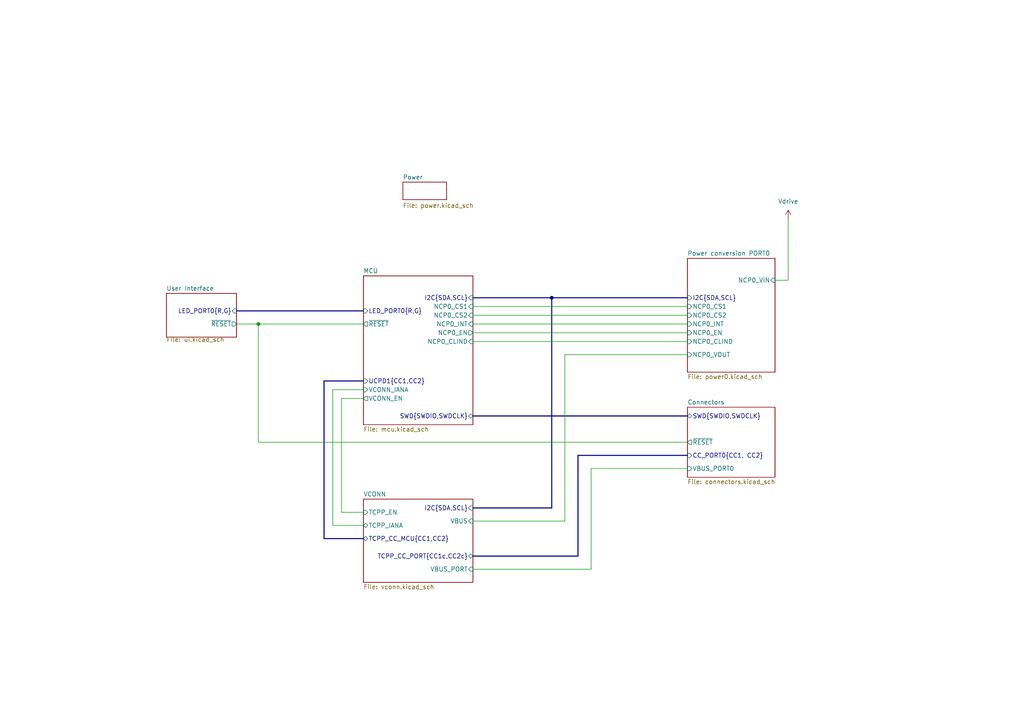
<source format=kicad_sch>
(kicad_sch (version 20231120) (generator "eeschema") (generator_version "8.0")
  (paper "A4")
  (title_block (title "USB-zekers") (date "2024-01-02") (rev "0.0.1") (company "oordt.dev"))
  (lib_symbols
    (symbol "power:Vdrive" (power) (pin_numbers hide) (pin_names (offset 0) hide)
      (property "Value" "Vdrive" (at 0 3.556 0))
      (symbol "Vdrive_0_1"
        (polyline (pts (xy -0.762 1.27) (xy 0 2.54)))
        (polyline (pts (xy 0 0) (xy 0 2.54)))
        (polyline (pts (xy 0 2.54) (xy 0.762 1.27)))
      )
      (symbol "Vdrive_1_1"
        (pin power_in line (at 0 0 90) (length 0) (name "~") (number "1"))
      )
    )
  )
  (junction (at 160.02 86.36))
  (junction (at 74.93 93.98))
  (bus (pts (xy 137.16 147.32) (xy 160.02 147.32)))
  (wire (pts (xy 171.45 165.1) (xy 171.45 135.89)))
  (wire (pts (xy 163.83 102.87) (xy 199.39 102.87)))
  (wire (pts (xy 137.16 96.52) (xy 199.39 96.52)))
  (wire (pts (xy 137.16 99.06) (xy 199.39 99.06)))
  (wire (pts (xy 137.16 88.9) (xy 199.39 88.9)))
  (wire (pts (xy 68.58 93.98) (xy 74.93 93.98)))
  (wire (pts (xy 224.79 81.28) (xy 228.6 81.28)))
  (bus (pts (xy 167.64 132.08) (xy 199.39 132.08)))
  (bus (pts (xy 160.02 86.36) (xy 199.39 86.36)))
  (bus (pts (xy 93.98 110.49) (xy 93.98 156.21)))
  (wire (pts (xy 137.16 165.1) (xy 171.45 165.1)))
  (wire (pts (xy 228.6 63.5) (xy 228.6 81.28)))
  (bus (pts (xy 105.41 110.49) (xy 93.98 110.49)))
  (wire (pts (xy 171.45 135.89) (xy 199.39 135.89)))
  (wire (pts (xy 99.06 148.59) (xy 105.41 148.59)))
  (wire (pts (xy 105.41 115.57) (xy 99.06 115.57)))
  (wire (pts (xy 163.83 151.13) (xy 163.83 102.87)))
  (wire (pts (xy 199.39 128.27) (xy 74.93 128.27)))
  (wire (pts (xy 74.93 93.98) (xy 105.41 93.98)))
  (wire (pts (xy 96.52 113.03) (xy 96.52 152.4)))
  (bus (pts (xy 68.58 90.17) (xy 105.41 90.17)))
  (bus (pts (xy 167.64 161.29) (xy 167.64 132.08)))
  (bus (pts (xy 137.16 161.29) (xy 167.64 161.29)))
  (wire (pts (xy 137.16 93.98) (xy 199.39 93.98)))
  (wire (pts (xy 137.16 91.44) (xy 199.39 91.44)))
  (wire (pts (xy 74.93 128.27) (xy 74.93 93.98)))
  (bus (pts (xy 93.98 156.21) (xy 105.41 156.21)))
  (wire (pts (xy 137.16 151.13) (xy 163.83 151.13)))
  (bus (pts (xy 137.16 86.36) (xy 160.02 86.36)))
  (bus (pts (xy 137.16 120.65) (xy 199.39 120.65)))
  (wire (pts (xy 99.06 115.57) (xy 99.06 148.59)))
  (bus (pts (xy 160.02 147.32) (xy 160.02 86.36)))
  (wire (pts (xy 105.41 113.03) (xy 96.52 113.03)))
  (wire (pts (xy 96.52 152.4) (xy 105.41 152.4)))
  (symbol (lib_id "power:Vdrive") (at 228.6 63.5 0) (unit 1)
    (property "Reference" "#PWR034" (effects (hide yes)))
    (property "Value" "Vdrive" (at 228.6 58.42 0))
    (property "Description" "Power symbol creates a global label with name \"Vdrive\"" (effects (hide yes)))
  )
  (sheet (at 48.26 85.09) (size 20.32 12.7) (stroke (width 0.1524))
    (property "Sheetname" "User Interface" (at 48.26 84.3784 0) (effects (justify left bottom)))
    (property "Sheetfile" "ui.kicad_sch" (at 48.26 97.7396 0) (effects (justify left top)))
    (pin "LED_PORT0{R,G}" input (at 68.58 90.17 0))
    (pin "~{RESET}" output (at 68.58 93.98 0))
  )
  (sheet (at 116.84 52.832) (size 12.7 5.08) (stroke (width 0.1524))
    (property "Sheetname" "Power" (at 116.84 52.1204 0) (effects (justify left bottom)))
    (property "Sheetfile" "power.kicad_sch" (at 116.84 58.8776 0) (effects (justify left top)))
  )
  (sheet (at 199.39 118.11) (size 25.4 20.32) (stroke (width 0.1524))
    (property "Sheetname" "Connectors" (at 199.39 117.3984 0) (effects (justify left bottom)))
    (property "Sheetfile" "connectors.kicad_sch" (at 199.39 139.0146 0) (effects (justify left top)))
    (pin "VBUS_PORT0" input (at 199.39 135.89 180))
    (pin "CC_PORT0{CC1, CC2}" input (at 199.39 132.08 180))
    (pin "~{RESET}" output (at 199.39 128.27 180))
    (pin "SWD{SWDIO,SWDCLK}" bidirectional (at 199.39 120.65 180))
  )
  (sheet (at 105.41 144.78) (size 31.75 24.13) (stroke (width 0.1524))
    (property "Sheetname" "VCONN" (at 105.41 144.0684 0) (effects (justify left bottom)))
    (property "Sheetfile" "vconn.kicad_sch" (at 105.41 169.4946 0) (effects (justify left top)))
    (pin "TCPP_EN" input (at 105.41 148.59 180))
    (pin "TCPP_CC_MCU{CC1,CC2}" bidirectional (at 105.41 156.21 180))
    (pin "TCPP_IANA" bidirectional (at 105.41 152.4 180))
    (pin "I2C{SDA,SCL}" input (at 137.16 147.32 0))
    (pin "VBUS" input (at 137.16 151.13 0))
    (pin "TCPP_CC_PORT{CC1c,CC2c}" bidirectional (at 137.16 161.29 0))
    (pin "VBUS_PORT" input (at 137.16 165.1 0))
  )
  (sheet (at 105.41 80.01) (size 31.75 43.18) (stroke (width 0.1524))
    (property "Sheetname" "MCU" (at 105.41 79.2984 0) (effects (justify left bottom)))
    (property "Sheetfile" "mcu.kicad_sch" (at 105.41 123.7746 0) (effects (justify left top)))
    (pin "I2C{SDA,SCL}" input (at 137.16 86.36 0))
    (pin "SWD{SWDIO,SWDCLK}" bidirectional (at 137.16 120.65 0))
    (pin "UCPD1{CC1,CC2}" input (at 105.41 110.49 180))
    (pin "LED_PORT0{R,G}" input (at 105.41 90.17 180))
    (pin "~{RESET}" output (at 105.41 93.98 180))
    (pin "NCP0_INT" input (at 137.16 93.98 0))
    (pin "NCP0_CLIND" input (at 137.16 99.06 0))
    (pin "VCONN_IANA" input (at 105.41 113.03 180))
    (pin "VCONN_EN" output (at 105.41 115.57 180))
    (pin "NCP0_CS2" input (at 137.16 91.44 0))
    (pin "NCP0_CS1" input (at 137.16 88.9 0))
    (pin "NCP0_EN" output (at 137.16 96.52 0))
  )
  (sheet (at 199.39 74.93) (size 25.4 33.02) (stroke (width 0.1524))
    (property "Sheetname" "Power conversion PORT0" (at 199.39 74.2184 0) (effects (justify left bottom)))
    (property "Sheetfile" "power0.kicad_sch" (at 199.39 108.5346 0) (effects (justify left top)))
    (pin "NCP0_VIN" input (at 224.79 81.28 0))
    (pin "NCP0_INT" input (at 199.39 93.98 180))
    (pin "NCP0_EN" input (at 199.39 96.52 180))
    (pin "I2C{SDA,SCL}" input (at 199.39 86.36 180))
    (pin "NCP0_CLIND" input (at 199.39 99.06 180))
    (pin "NCP0_VOUT" input (at 199.39 102.87 180))
    (pin "NCP0_CS1" input (at 199.39 88.9 180))
    (pin "NCP0_CS2" input (at 199.39 91.44 180))
  )
)
</source>
